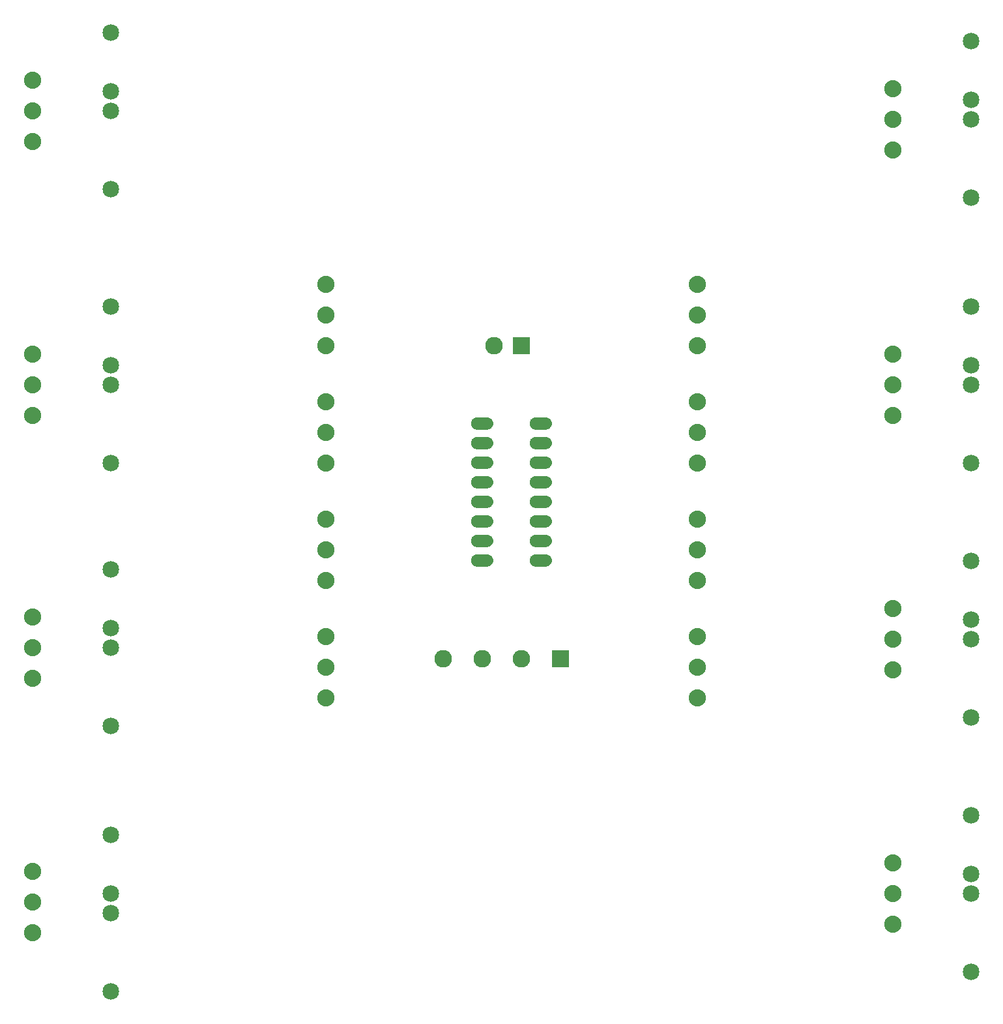
<source format=gbs>
G04 MADE WITH FRITZING*
G04 WWW.FRITZING.ORG*
G04 DOUBLE SIDED*
G04 HOLES PLATED*
G04 CONTOUR ON CENTER OF CONTOUR VECTOR*
%ASAXBY*%
%FSLAX23Y23*%
%MOIN*%
%OFA0B0*%
%SFA1.0B1.0*%
%ADD10C,0.085000*%
%ADD11C,0.088000*%
%ADD12C,0.062000*%
%ADD13C,0.090000*%
%ADD14R,0.090000X0.090000*%
%ADD15R,0.001000X0.001000*%
%LNMASK0*%
G90*
G70*
G54D10*
X5378Y435D03*
X5378Y835D03*
X5378Y3035D03*
X5378Y3435D03*
X5378Y4391D03*
X5378Y4791D03*
X5378Y1735D03*
X5378Y2135D03*
X978Y3035D03*
X978Y3435D03*
X978Y4435D03*
X978Y4835D03*
X978Y1691D03*
X978Y2091D03*
X978Y335D03*
X978Y735D03*
X5378Y3535D03*
X5378Y3835D03*
X5378Y2235D03*
X5378Y2535D03*
X5378Y935D03*
X5378Y1235D03*
X5378Y4891D03*
X5378Y5191D03*
X978Y3535D03*
X978Y3835D03*
X978Y2191D03*
X978Y2491D03*
X978Y4935D03*
X978Y5235D03*
X978Y835D03*
X978Y1135D03*
G54D11*
X578Y3591D03*
X578Y3435D03*
X578Y3279D03*
X578Y2247D03*
X578Y2091D03*
X578Y1935D03*
X4978Y991D03*
X4978Y835D03*
X4978Y679D03*
X4978Y3591D03*
X4978Y3435D03*
X4978Y3279D03*
X4978Y2291D03*
X4978Y2135D03*
X4978Y1979D03*
X4978Y4947D03*
X4978Y4791D03*
X4978Y4635D03*
X578Y947D03*
X578Y791D03*
X578Y635D03*
X578Y4991D03*
X578Y4835D03*
X578Y4679D03*
G54D12*
X2878Y3235D03*
X2878Y3135D03*
X2878Y3035D03*
X2878Y2935D03*
X2878Y2835D03*
X2878Y2735D03*
X2878Y2635D03*
X2878Y2535D03*
X3178Y2535D03*
X3178Y2635D03*
X3178Y2735D03*
X3178Y2835D03*
X3178Y2935D03*
X3178Y3035D03*
X3178Y3135D03*
X3178Y3235D03*
G54D11*
X2078Y3947D03*
X2078Y3791D03*
X2078Y3635D03*
X2078Y3347D03*
X2078Y3191D03*
X2078Y3035D03*
X2078Y2747D03*
X2078Y2591D03*
X2078Y2435D03*
X2078Y2147D03*
X2078Y1991D03*
X2078Y1835D03*
X3978Y2147D03*
X3978Y1991D03*
X3978Y1835D03*
X3978Y2747D03*
X3978Y2591D03*
X3978Y2435D03*
X3978Y3347D03*
X3978Y3191D03*
X3978Y3035D03*
X3978Y3947D03*
X3978Y3791D03*
X3978Y3635D03*
G54D13*
X3078Y3635D03*
X2940Y3635D03*
X3078Y2035D03*
X2878Y2035D03*
X2678Y2035D03*
X3278Y2035D03*
G54D14*
X3078Y3635D03*
X3278Y2035D03*
G54D15*
X2846Y3267D02*
X2908Y3267D01*
X3146Y3267D02*
X3208Y3267D01*
X2842Y3266D02*
X2912Y3266D01*
X3142Y3266D02*
X3212Y3266D01*
X2839Y3265D02*
X2915Y3265D01*
X3139Y3265D02*
X3215Y3265D01*
X2837Y3264D02*
X2917Y3264D01*
X3137Y3264D02*
X3217Y3264D01*
X2835Y3263D02*
X2919Y3263D01*
X3135Y3263D02*
X3219Y3263D01*
X2834Y3262D02*
X2920Y3262D01*
X3134Y3262D02*
X3220Y3262D01*
X2832Y3261D02*
X2922Y3261D01*
X3132Y3261D02*
X3222Y3261D01*
X2831Y3260D02*
X2923Y3260D01*
X3131Y3260D02*
X3223Y3260D01*
X2830Y3259D02*
X2924Y3259D01*
X3130Y3259D02*
X3224Y3259D01*
X2829Y3258D02*
X2925Y3258D01*
X3129Y3258D02*
X3225Y3258D01*
X2828Y3257D02*
X2926Y3257D01*
X3128Y3257D02*
X3226Y3257D01*
X2827Y3256D02*
X2927Y3256D01*
X3127Y3256D02*
X3227Y3256D01*
X2827Y3255D02*
X2927Y3255D01*
X3127Y3255D02*
X3227Y3255D01*
X2826Y3254D02*
X2928Y3254D01*
X3126Y3254D02*
X3228Y3254D01*
X2825Y3253D02*
X2929Y3253D01*
X3125Y3253D02*
X3229Y3253D01*
X2825Y3252D02*
X2929Y3252D01*
X3125Y3252D02*
X3229Y3252D01*
X2824Y3251D02*
X2930Y3251D01*
X3124Y3251D02*
X3230Y3251D01*
X2824Y3250D02*
X2930Y3250D01*
X3124Y3250D02*
X3230Y3250D01*
X2823Y3249D02*
X2931Y3249D01*
X3123Y3249D02*
X3231Y3249D01*
X2823Y3248D02*
X2931Y3248D01*
X3123Y3248D02*
X3231Y3248D01*
X2822Y3247D02*
X2873Y3247D01*
X2881Y3247D02*
X2932Y3247D01*
X3122Y3247D02*
X3173Y3247D01*
X3181Y3247D02*
X3232Y3247D01*
X2822Y3246D02*
X2871Y3246D01*
X2883Y3246D02*
X2932Y3246D01*
X3122Y3246D02*
X3171Y3246D01*
X3183Y3246D02*
X3232Y3246D01*
X2822Y3245D02*
X2869Y3245D01*
X2885Y3245D02*
X2932Y3245D01*
X3122Y3245D02*
X3169Y3245D01*
X3185Y3245D02*
X3232Y3245D01*
X2822Y3244D02*
X2868Y3244D01*
X2886Y3244D02*
X2932Y3244D01*
X3121Y3244D02*
X3168Y3244D01*
X3186Y3244D02*
X3232Y3244D01*
X2821Y3243D02*
X2868Y3243D01*
X2886Y3243D02*
X2933Y3243D01*
X3121Y3243D02*
X3168Y3243D01*
X3186Y3243D02*
X3233Y3243D01*
X2821Y3242D02*
X2867Y3242D01*
X2887Y3242D02*
X2933Y3242D01*
X3121Y3242D02*
X3167Y3242D01*
X3187Y3242D02*
X3233Y3242D01*
X2821Y3241D02*
X2866Y3241D01*
X2888Y3241D02*
X2933Y3241D01*
X3121Y3241D02*
X3166Y3241D01*
X3188Y3241D02*
X3233Y3241D01*
X2821Y3240D02*
X2866Y3240D01*
X2888Y3240D02*
X2933Y3240D01*
X3121Y3240D02*
X3166Y3240D01*
X3188Y3240D02*
X3233Y3240D01*
X2821Y3239D02*
X2866Y3239D01*
X2888Y3239D02*
X2933Y3239D01*
X3121Y3239D02*
X3166Y3239D01*
X3188Y3239D02*
X3233Y3239D01*
X2821Y3238D02*
X2866Y3238D01*
X2888Y3238D02*
X2933Y3238D01*
X3121Y3238D02*
X3166Y3238D01*
X3188Y3238D02*
X3233Y3238D01*
X2821Y3237D02*
X2866Y3237D01*
X2888Y3237D02*
X2933Y3237D01*
X3121Y3237D02*
X3166Y3237D01*
X3188Y3237D02*
X3233Y3237D01*
X2821Y3236D02*
X2866Y3236D01*
X2888Y3236D02*
X2933Y3236D01*
X3121Y3236D02*
X3166Y3236D01*
X3188Y3236D02*
X3233Y3236D01*
X2821Y3235D02*
X2866Y3235D01*
X2888Y3235D02*
X2933Y3235D01*
X3121Y3235D02*
X3166Y3235D01*
X3188Y3235D02*
X3233Y3235D01*
X2821Y3234D02*
X2866Y3234D01*
X2888Y3234D02*
X2933Y3234D01*
X3121Y3234D02*
X3166Y3234D01*
X3188Y3234D02*
X3233Y3234D01*
X2821Y3233D02*
X2866Y3233D01*
X2888Y3233D02*
X2933Y3233D01*
X3121Y3233D02*
X3166Y3233D01*
X3188Y3233D02*
X3233Y3233D01*
X2821Y3232D02*
X2866Y3232D01*
X2888Y3232D02*
X2933Y3232D01*
X3121Y3232D02*
X3166Y3232D01*
X3188Y3232D02*
X3233Y3232D01*
X2821Y3231D02*
X2867Y3231D01*
X2887Y3231D02*
X2933Y3231D01*
X3121Y3231D02*
X3167Y3231D01*
X3187Y3231D02*
X3233Y3231D01*
X2821Y3230D02*
X2868Y3230D01*
X2886Y3230D02*
X2933Y3230D01*
X3121Y3230D02*
X3168Y3230D01*
X3186Y3230D02*
X3233Y3230D01*
X2822Y3229D02*
X2869Y3229D01*
X2885Y3229D02*
X2932Y3229D01*
X3122Y3229D02*
X3169Y3229D01*
X3185Y3229D02*
X3232Y3229D01*
X2822Y3228D02*
X2870Y3228D01*
X2884Y3228D02*
X2932Y3228D01*
X3122Y3228D02*
X3170Y3228D01*
X3184Y3228D02*
X3232Y3228D01*
X2822Y3227D02*
X2871Y3227D01*
X2883Y3227D02*
X2932Y3227D01*
X3122Y3227D02*
X3171Y3227D01*
X3183Y3227D02*
X3232Y3227D01*
X2822Y3226D02*
X2874Y3226D01*
X2881Y3226D02*
X2931Y3226D01*
X3122Y3226D02*
X3173Y3226D01*
X3180Y3226D02*
X3231Y3226D01*
X2823Y3225D02*
X2931Y3225D01*
X3123Y3225D02*
X3231Y3225D01*
X2823Y3224D02*
X2931Y3224D01*
X3123Y3224D02*
X3231Y3224D01*
X2824Y3223D02*
X2930Y3223D01*
X3124Y3223D02*
X3230Y3223D01*
X2824Y3222D02*
X2930Y3222D01*
X3124Y3222D02*
X3230Y3222D01*
X2825Y3221D02*
X2929Y3221D01*
X3125Y3221D02*
X3229Y3221D01*
X2825Y3220D02*
X2929Y3220D01*
X3125Y3220D02*
X3229Y3220D01*
X2826Y3219D02*
X2928Y3219D01*
X3126Y3219D02*
X3228Y3219D01*
X2827Y3218D02*
X2927Y3218D01*
X3127Y3218D02*
X3227Y3218D01*
X2828Y3217D02*
X2926Y3217D01*
X3128Y3217D02*
X3226Y3217D01*
X2828Y3216D02*
X2926Y3216D01*
X3128Y3216D02*
X3226Y3216D01*
X2829Y3215D02*
X2925Y3215D01*
X3129Y3215D02*
X3225Y3215D01*
X2830Y3214D02*
X2924Y3214D01*
X3130Y3214D02*
X3224Y3214D01*
X2831Y3213D02*
X2923Y3213D01*
X3131Y3213D02*
X3223Y3213D01*
X2833Y3212D02*
X2921Y3212D01*
X3133Y3212D02*
X3221Y3212D01*
X2834Y3211D02*
X2920Y3211D01*
X3134Y3211D02*
X3220Y3211D01*
X2836Y3210D02*
X2918Y3210D01*
X3136Y3210D02*
X3218Y3210D01*
X2838Y3209D02*
X2916Y3209D01*
X3138Y3209D02*
X3216Y3209D01*
X2840Y3208D02*
X2914Y3208D01*
X3140Y3208D02*
X3214Y3208D01*
X2843Y3207D02*
X2911Y3207D01*
X3143Y3207D02*
X3211Y3207D01*
X2847Y3206D02*
X2907Y3206D01*
X3147Y3206D02*
X3207Y3206D01*
X2846Y3167D02*
X2908Y3167D01*
X3146Y3167D02*
X3208Y3167D01*
X2842Y3166D02*
X2912Y3166D01*
X3142Y3166D02*
X3212Y3166D01*
X2839Y3165D02*
X2915Y3165D01*
X3139Y3165D02*
X3215Y3165D01*
X2837Y3164D02*
X2917Y3164D01*
X3137Y3164D02*
X3217Y3164D01*
X2835Y3163D02*
X2919Y3163D01*
X3135Y3163D02*
X3219Y3163D01*
X2834Y3162D02*
X2920Y3162D01*
X3134Y3162D02*
X3220Y3162D01*
X2832Y3161D02*
X2922Y3161D01*
X3132Y3161D02*
X3222Y3161D01*
X2831Y3160D02*
X2923Y3160D01*
X3131Y3160D02*
X3223Y3160D01*
X2830Y3159D02*
X2924Y3159D01*
X3130Y3159D02*
X3224Y3159D01*
X2829Y3158D02*
X2925Y3158D01*
X3129Y3158D02*
X3225Y3158D01*
X2828Y3157D02*
X2926Y3157D01*
X3128Y3157D02*
X3226Y3157D01*
X2827Y3156D02*
X2927Y3156D01*
X3127Y3156D02*
X3227Y3156D01*
X2827Y3155D02*
X2927Y3155D01*
X3127Y3155D02*
X3227Y3155D01*
X2826Y3154D02*
X2928Y3154D01*
X3126Y3154D02*
X3228Y3154D01*
X2825Y3153D02*
X2929Y3153D01*
X3125Y3153D02*
X3229Y3153D01*
X2825Y3152D02*
X2929Y3152D01*
X3125Y3152D02*
X3229Y3152D01*
X2824Y3151D02*
X2930Y3151D01*
X3124Y3151D02*
X3230Y3151D01*
X2824Y3150D02*
X2930Y3150D01*
X3124Y3150D02*
X3230Y3150D01*
X2823Y3149D02*
X2931Y3149D01*
X3123Y3149D02*
X3231Y3149D01*
X2823Y3148D02*
X2931Y3148D01*
X3123Y3148D02*
X3231Y3148D01*
X2822Y3147D02*
X2873Y3147D01*
X2881Y3147D02*
X2932Y3147D01*
X3122Y3147D02*
X3173Y3147D01*
X3181Y3147D02*
X3232Y3147D01*
X2822Y3146D02*
X2871Y3146D01*
X2883Y3146D02*
X2932Y3146D01*
X3122Y3146D02*
X3171Y3146D01*
X3183Y3146D02*
X3232Y3146D01*
X2822Y3145D02*
X2869Y3145D01*
X2885Y3145D02*
X2932Y3145D01*
X3122Y3145D02*
X3169Y3145D01*
X3185Y3145D02*
X3232Y3145D01*
X2821Y3144D02*
X2868Y3144D01*
X2886Y3144D02*
X2932Y3144D01*
X3121Y3144D02*
X3168Y3144D01*
X3186Y3144D02*
X3232Y3144D01*
X2821Y3143D02*
X2868Y3143D01*
X2886Y3143D02*
X2933Y3143D01*
X3121Y3143D02*
X3168Y3143D01*
X3186Y3143D02*
X3233Y3143D01*
X2821Y3142D02*
X2867Y3142D01*
X2887Y3142D02*
X2933Y3142D01*
X3121Y3142D02*
X3167Y3142D01*
X3187Y3142D02*
X3233Y3142D01*
X2821Y3141D02*
X2866Y3141D01*
X2888Y3141D02*
X2933Y3141D01*
X3121Y3141D02*
X3166Y3141D01*
X3188Y3141D02*
X3233Y3141D01*
X2821Y3140D02*
X2866Y3140D01*
X2888Y3140D02*
X2933Y3140D01*
X3121Y3140D02*
X3166Y3140D01*
X3188Y3140D02*
X3233Y3140D01*
X2821Y3139D02*
X2866Y3139D01*
X2888Y3139D02*
X2933Y3139D01*
X3121Y3139D02*
X3166Y3139D01*
X3188Y3139D02*
X3233Y3139D01*
X2821Y3138D02*
X2866Y3138D01*
X2888Y3138D02*
X2933Y3138D01*
X3121Y3138D02*
X3166Y3138D01*
X3188Y3138D02*
X3233Y3138D01*
X2821Y3137D02*
X2866Y3137D01*
X2888Y3137D02*
X2933Y3137D01*
X3121Y3137D02*
X3166Y3137D01*
X3188Y3137D02*
X3233Y3137D01*
X2821Y3136D02*
X2866Y3136D01*
X2888Y3136D02*
X2933Y3136D01*
X3121Y3136D02*
X3166Y3136D01*
X3188Y3136D02*
X3233Y3136D01*
X2821Y3135D02*
X2866Y3135D01*
X2888Y3135D02*
X2933Y3135D01*
X3121Y3135D02*
X3166Y3135D01*
X3188Y3135D02*
X3233Y3135D01*
X2821Y3134D02*
X2866Y3134D01*
X2888Y3134D02*
X2933Y3134D01*
X3121Y3134D02*
X3166Y3134D01*
X3188Y3134D02*
X3233Y3134D01*
X2821Y3133D02*
X2866Y3133D01*
X2888Y3133D02*
X2933Y3133D01*
X3121Y3133D02*
X3166Y3133D01*
X3188Y3133D02*
X3233Y3133D01*
X2821Y3132D02*
X2866Y3132D01*
X2888Y3132D02*
X2933Y3132D01*
X3121Y3132D02*
X3166Y3132D01*
X3188Y3132D02*
X3233Y3132D01*
X2821Y3131D02*
X2867Y3131D01*
X2887Y3131D02*
X2933Y3131D01*
X3121Y3131D02*
X3167Y3131D01*
X3187Y3131D02*
X3233Y3131D01*
X2821Y3130D02*
X2868Y3130D01*
X2886Y3130D02*
X2933Y3130D01*
X3121Y3130D02*
X3168Y3130D01*
X3186Y3130D02*
X3233Y3130D01*
X2822Y3129D02*
X2869Y3129D01*
X2885Y3129D02*
X2932Y3129D01*
X3122Y3129D02*
X3169Y3129D01*
X3185Y3129D02*
X3232Y3129D01*
X2822Y3128D02*
X2870Y3128D01*
X2884Y3128D02*
X2932Y3128D01*
X3122Y3128D02*
X3170Y3128D01*
X3184Y3128D02*
X3232Y3128D01*
X2822Y3127D02*
X2871Y3127D01*
X2883Y3127D02*
X2932Y3127D01*
X3122Y3127D02*
X3171Y3127D01*
X3183Y3127D02*
X3232Y3127D01*
X2823Y3126D02*
X2874Y3126D01*
X2881Y3126D02*
X2931Y3126D01*
X3122Y3126D02*
X3173Y3126D01*
X3180Y3126D02*
X3231Y3126D01*
X2823Y3125D02*
X2931Y3125D01*
X3123Y3125D02*
X3231Y3125D01*
X2823Y3124D02*
X2931Y3124D01*
X3123Y3124D02*
X3231Y3124D01*
X2824Y3123D02*
X2930Y3123D01*
X3124Y3123D02*
X3230Y3123D01*
X2824Y3122D02*
X2930Y3122D01*
X3124Y3122D02*
X3230Y3122D01*
X2825Y3121D02*
X2929Y3121D01*
X3125Y3121D02*
X3229Y3121D01*
X2825Y3120D02*
X2929Y3120D01*
X3125Y3120D02*
X3229Y3120D01*
X2826Y3119D02*
X2928Y3119D01*
X3126Y3119D02*
X3228Y3119D01*
X2827Y3118D02*
X2927Y3118D01*
X3127Y3118D02*
X3227Y3118D01*
X2828Y3117D02*
X2926Y3117D01*
X3128Y3117D02*
X3226Y3117D01*
X2828Y3116D02*
X2926Y3116D01*
X3128Y3116D02*
X3226Y3116D01*
X2829Y3115D02*
X2925Y3115D01*
X3129Y3115D02*
X3225Y3115D01*
X2830Y3114D02*
X2924Y3114D01*
X3130Y3114D02*
X3224Y3114D01*
X2831Y3113D02*
X2923Y3113D01*
X3131Y3113D02*
X3223Y3113D01*
X2833Y3112D02*
X2921Y3112D01*
X3133Y3112D02*
X3221Y3112D01*
X2834Y3111D02*
X2920Y3111D01*
X3134Y3111D02*
X3220Y3111D01*
X2836Y3110D02*
X2918Y3110D01*
X3136Y3110D02*
X3218Y3110D01*
X2838Y3109D02*
X2916Y3109D01*
X3138Y3109D02*
X3216Y3109D01*
X2840Y3108D02*
X2914Y3108D01*
X3140Y3108D02*
X3214Y3108D01*
X2843Y3107D02*
X2911Y3107D01*
X3143Y3107D02*
X3211Y3107D01*
X2847Y3106D02*
X2907Y3106D01*
X3147Y3106D02*
X3207Y3106D01*
X2846Y3067D02*
X2908Y3067D01*
X3146Y3067D02*
X3208Y3067D01*
X2842Y3066D02*
X2912Y3066D01*
X3142Y3066D02*
X3212Y3066D01*
X2839Y3065D02*
X2915Y3065D01*
X3139Y3065D02*
X3215Y3065D01*
X2837Y3064D02*
X2917Y3064D01*
X3137Y3064D02*
X3217Y3064D01*
X2835Y3063D02*
X2919Y3063D01*
X3135Y3063D02*
X3219Y3063D01*
X2834Y3062D02*
X2920Y3062D01*
X3134Y3062D02*
X3220Y3062D01*
X2832Y3061D02*
X2922Y3061D01*
X3132Y3061D02*
X3222Y3061D01*
X2831Y3060D02*
X2923Y3060D01*
X3131Y3060D02*
X3223Y3060D01*
X2830Y3059D02*
X2924Y3059D01*
X3130Y3059D02*
X3224Y3059D01*
X2829Y3058D02*
X2925Y3058D01*
X3129Y3058D02*
X3225Y3058D01*
X2828Y3057D02*
X2926Y3057D01*
X3128Y3057D02*
X3226Y3057D01*
X2827Y3056D02*
X2927Y3056D01*
X3127Y3056D02*
X3227Y3056D01*
X2827Y3055D02*
X2927Y3055D01*
X3127Y3055D02*
X3227Y3055D01*
X2826Y3054D02*
X2928Y3054D01*
X3126Y3054D02*
X3228Y3054D01*
X2825Y3053D02*
X2929Y3053D01*
X3125Y3053D02*
X3229Y3053D01*
X2825Y3052D02*
X2929Y3052D01*
X3125Y3052D02*
X3229Y3052D01*
X2824Y3051D02*
X2930Y3051D01*
X3124Y3051D02*
X3230Y3051D01*
X2824Y3050D02*
X2930Y3050D01*
X3124Y3050D02*
X3230Y3050D01*
X2823Y3049D02*
X2931Y3049D01*
X3123Y3049D02*
X3231Y3049D01*
X2823Y3048D02*
X2931Y3048D01*
X3123Y3048D02*
X3231Y3048D01*
X2822Y3047D02*
X2873Y3047D01*
X2881Y3047D02*
X2932Y3047D01*
X3122Y3047D02*
X3173Y3047D01*
X3181Y3047D02*
X3232Y3047D01*
X2822Y3046D02*
X2871Y3046D01*
X2883Y3046D02*
X2932Y3046D01*
X3122Y3046D02*
X3171Y3046D01*
X3183Y3046D02*
X3232Y3046D01*
X2822Y3045D02*
X2869Y3045D01*
X2885Y3045D02*
X2932Y3045D01*
X3122Y3045D02*
X3169Y3045D01*
X3185Y3045D02*
X3232Y3045D01*
X2821Y3044D02*
X2868Y3044D01*
X2886Y3044D02*
X2933Y3044D01*
X3121Y3044D02*
X3168Y3044D01*
X3186Y3044D02*
X3232Y3044D01*
X2821Y3043D02*
X2868Y3043D01*
X2886Y3043D02*
X2933Y3043D01*
X3121Y3043D02*
X3168Y3043D01*
X3186Y3043D02*
X3233Y3043D01*
X2821Y3042D02*
X2867Y3042D01*
X2887Y3042D02*
X2933Y3042D01*
X3121Y3042D02*
X3167Y3042D01*
X3187Y3042D02*
X3233Y3042D01*
X2821Y3041D02*
X2866Y3041D01*
X2888Y3041D02*
X2933Y3041D01*
X3121Y3041D02*
X3166Y3041D01*
X3188Y3041D02*
X3233Y3041D01*
X2821Y3040D02*
X2866Y3040D01*
X2888Y3040D02*
X2933Y3040D01*
X3121Y3040D02*
X3166Y3040D01*
X3188Y3040D02*
X3233Y3040D01*
X2821Y3039D02*
X2866Y3039D01*
X2888Y3039D02*
X2933Y3039D01*
X3121Y3039D02*
X3166Y3039D01*
X3188Y3039D02*
X3233Y3039D01*
X2821Y3038D02*
X2866Y3038D01*
X2888Y3038D02*
X2933Y3038D01*
X3121Y3038D02*
X3166Y3038D01*
X3188Y3038D02*
X3233Y3038D01*
X2821Y3037D02*
X2866Y3037D01*
X2888Y3037D02*
X2933Y3037D01*
X3121Y3037D02*
X3166Y3037D01*
X3188Y3037D02*
X3233Y3037D01*
X2821Y3036D02*
X2866Y3036D01*
X2888Y3036D02*
X2933Y3036D01*
X3121Y3036D02*
X3166Y3036D01*
X3188Y3036D02*
X3233Y3036D01*
X2821Y3035D02*
X2866Y3035D01*
X2888Y3035D02*
X2933Y3035D01*
X3121Y3035D02*
X3166Y3035D01*
X3188Y3035D02*
X3233Y3035D01*
X2821Y3034D02*
X2866Y3034D01*
X2888Y3034D02*
X2933Y3034D01*
X3121Y3034D02*
X3166Y3034D01*
X3188Y3034D02*
X3233Y3034D01*
X2821Y3033D02*
X2866Y3033D01*
X2888Y3033D02*
X2933Y3033D01*
X3121Y3033D02*
X3166Y3033D01*
X3188Y3033D02*
X3233Y3033D01*
X2821Y3032D02*
X2866Y3032D01*
X2888Y3032D02*
X2933Y3032D01*
X3121Y3032D02*
X3166Y3032D01*
X3188Y3032D02*
X3233Y3032D01*
X2821Y3031D02*
X2867Y3031D01*
X2887Y3031D02*
X2933Y3031D01*
X3121Y3031D02*
X3167Y3031D01*
X3187Y3031D02*
X3233Y3031D01*
X2821Y3030D02*
X2868Y3030D01*
X2886Y3030D02*
X2933Y3030D01*
X3121Y3030D02*
X3168Y3030D01*
X3186Y3030D02*
X3233Y3030D01*
X2822Y3029D02*
X2869Y3029D01*
X2885Y3029D02*
X2932Y3029D01*
X3122Y3029D02*
X3169Y3029D01*
X3185Y3029D02*
X3232Y3029D01*
X2822Y3028D02*
X2870Y3028D01*
X2884Y3028D02*
X2932Y3028D01*
X3122Y3028D02*
X3170Y3028D01*
X3184Y3028D02*
X3232Y3028D01*
X2822Y3027D02*
X2871Y3027D01*
X2883Y3027D02*
X2932Y3027D01*
X3122Y3027D02*
X3171Y3027D01*
X3183Y3027D02*
X3232Y3027D01*
X2823Y3026D02*
X2874Y3026D01*
X2880Y3026D02*
X2931Y3026D01*
X3122Y3026D02*
X3174Y3026D01*
X3180Y3026D02*
X3231Y3026D01*
X2823Y3025D02*
X2931Y3025D01*
X3123Y3025D02*
X3231Y3025D01*
X2823Y3024D02*
X2931Y3024D01*
X3123Y3024D02*
X3231Y3024D01*
X2824Y3023D02*
X2930Y3023D01*
X3124Y3023D02*
X3230Y3023D01*
X2824Y3022D02*
X2930Y3022D01*
X3124Y3022D02*
X3230Y3022D01*
X2825Y3021D02*
X2929Y3021D01*
X3125Y3021D02*
X3229Y3021D01*
X2825Y3020D02*
X2929Y3020D01*
X3125Y3020D02*
X3229Y3020D01*
X2826Y3019D02*
X2928Y3019D01*
X3126Y3019D02*
X3228Y3019D01*
X2827Y3018D02*
X2927Y3018D01*
X3127Y3018D02*
X3227Y3018D01*
X2828Y3017D02*
X2926Y3017D01*
X3128Y3017D02*
X3226Y3017D01*
X2828Y3016D02*
X2926Y3016D01*
X3128Y3016D02*
X3226Y3016D01*
X2829Y3015D02*
X2925Y3015D01*
X3129Y3015D02*
X3225Y3015D01*
X2830Y3014D02*
X2924Y3014D01*
X3130Y3014D02*
X3224Y3014D01*
X2831Y3013D02*
X2923Y3013D01*
X3131Y3013D02*
X3223Y3013D01*
X2833Y3012D02*
X2921Y3012D01*
X3133Y3012D02*
X3221Y3012D01*
X2834Y3011D02*
X2920Y3011D01*
X3134Y3011D02*
X3220Y3011D01*
X2836Y3010D02*
X2918Y3010D01*
X3136Y3010D02*
X3218Y3010D01*
X2838Y3009D02*
X2916Y3009D01*
X3138Y3009D02*
X3216Y3009D01*
X2840Y3008D02*
X2914Y3008D01*
X3140Y3008D02*
X3214Y3008D01*
X2843Y3007D02*
X2911Y3007D01*
X3143Y3007D02*
X3211Y3007D01*
X2847Y3006D02*
X2907Y3006D01*
X3147Y3006D02*
X3207Y3006D01*
X2846Y2967D02*
X2908Y2967D01*
X3146Y2967D02*
X3208Y2967D01*
X2842Y2966D02*
X2912Y2966D01*
X3142Y2966D02*
X3212Y2966D01*
X2839Y2965D02*
X2915Y2965D01*
X3139Y2965D02*
X3215Y2965D01*
X2837Y2964D02*
X2917Y2964D01*
X3137Y2964D02*
X3217Y2964D01*
X2835Y2963D02*
X2919Y2963D01*
X3135Y2963D02*
X3219Y2963D01*
X2834Y2962D02*
X2920Y2962D01*
X3134Y2962D02*
X3220Y2962D01*
X2832Y2961D02*
X2922Y2961D01*
X3132Y2961D02*
X3222Y2961D01*
X2831Y2960D02*
X2923Y2960D01*
X3131Y2960D02*
X3223Y2960D01*
X2830Y2959D02*
X2924Y2959D01*
X3130Y2959D02*
X3224Y2959D01*
X2829Y2958D02*
X2925Y2958D01*
X3129Y2958D02*
X3225Y2958D01*
X2828Y2957D02*
X2926Y2957D01*
X3128Y2957D02*
X3226Y2957D01*
X2827Y2956D02*
X2927Y2956D01*
X3127Y2956D02*
X3227Y2956D01*
X2827Y2955D02*
X2927Y2955D01*
X3127Y2955D02*
X3227Y2955D01*
X2826Y2954D02*
X2928Y2954D01*
X3126Y2954D02*
X3228Y2954D01*
X2825Y2953D02*
X2929Y2953D01*
X3125Y2953D02*
X3229Y2953D01*
X2825Y2952D02*
X2929Y2952D01*
X3125Y2952D02*
X3229Y2952D01*
X2824Y2951D02*
X2930Y2951D01*
X3124Y2951D02*
X3230Y2951D01*
X2824Y2950D02*
X2930Y2950D01*
X3124Y2950D02*
X3230Y2950D01*
X2823Y2949D02*
X2931Y2949D01*
X3123Y2949D02*
X3231Y2949D01*
X2823Y2948D02*
X2931Y2948D01*
X3123Y2948D02*
X3231Y2948D01*
X2822Y2947D02*
X2873Y2947D01*
X2881Y2947D02*
X2932Y2947D01*
X3122Y2947D02*
X3173Y2947D01*
X3181Y2947D02*
X3232Y2947D01*
X2822Y2946D02*
X2871Y2946D01*
X2883Y2946D02*
X2932Y2946D01*
X3122Y2946D02*
X3171Y2946D01*
X3183Y2946D02*
X3232Y2946D01*
X2822Y2945D02*
X2869Y2945D01*
X2885Y2945D02*
X2932Y2945D01*
X3122Y2945D02*
X3169Y2945D01*
X3185Y2945D02*
X3232Y2945D01*
X2821Y2944D02*
X2868Y2944D01*
X2886Y2944D02*
X2933Y2944D01*
X3121Y2944D02*
X3168Y2944D01*
X3186Y2944D02*
X3232Y2944D01*
X2821Y2943D02*
X2868Y2943D01*
X2886Y2943D02*
X2933Y2943D01*
X3121Y2943D02*
X3168Y2943D01*
X3186Y2943D02*
X3233Y2943D01*
X2821Y2942D02*
X2867Y2942D01*
X2887Y2942D02*
X2933Y2942D01*
X3121Y2942D02*
X3167Y2942D01*
X3187Y2942D02*
X3233Y2942D01*
X2821Y2941D02*
X2866Y2941D01*
X2888Y2941D02*
X2933Y2941D01*
X3121Y2941D02*
X3166Y2941D01*
X3188Y2941D02*
X3233Y2941D01*
X2821Y2940D02*
X2866Y2940D01*
X2888Y2940D02*
X2933Y2940D01*
X3121Y2940D02*
X3166Y2940D01*
X3188Y2940D02*
X3233Y2940D01*
X2821Y2939D02*
X2866Y2939D01*
X2888Y2939D02*
X2933Y2939D01*
X3121Y2939D02*
X3166Y2939D01*
X3188Y2939D02*
X3233Y2939D01*
X2821Y2938D02*
X2866Y2938D01*
X2888Y2938D02*
X2933Y2938D01*
X3121Y2938D02*
X3166Y2938D01*
X3188Y2938D02*
X3233Y2938D01*
X2821Y2937D02*
X2866Y2937D01*
X2888Y2937D02*
X2933Y2937D01*
X3121Y2937D02*
X3166Y2937D01*
X3188Y2937D02*
X3233Y2937D01*
X2821Y2936D02*
X2866Y2936D01*
X2888Y2936D02*
X2933Y2936D01*
X3121Y2936D02*
X3166Y2936D01*
X3188Y2936D02*
X3233Y2936D01*
X2821Y2935D02*
X2866Y2935D01*
X2888Y2935D02*
X2933Y2935D01*
X3121Y2935D02*
X3166Y2935D01*
X3188Y2935D02*
X3233Y2935D01*
X2821Y2934D02*
X2866Y2934D01*
X2888Y2934D02*
X2933Y2934D01*
X3121Y2934D02*
X3166Y2934D01*
X3188Y2934D02*
X3233Y2934D01*
X2821Y2933D02*
X2866Y2933D01*
X2888Y2933D02*
X2933Y2933D01*
X3121Y2933D02*
X3166Y2933D01*
X3188Y2933D02*
X3233Y2933D01*
X2821Y2932D02*
X2866Y2932D01*
X2888Y2932D02*
X2933Y2932D01*
X3121Y2932D02*
X3166Y2932D01*
X3188Y2932D02*
X3233Y2932D01*
X2821Y2931D02*
X2867Y2931D01*
X2887Y2931D02*
X2933Y2931D01*
X3121Y2931D02*
X3167Y2931D01*
X3187Y2931D02*
X3233Y2931D01*
X2821Y2930D02*
X2868Y2930D01*
X2886Y2930D02*
X2933Y2930D01*
X3121Y2930D02*
X3168Y2930D01*
X3186Y2930D02*
X3233Y2930D01*
X2822Y2929D02*
X2869Y2929D01*
X2885Y2929D02*
X2932Y2929D01*
X3122Y2929D02*
X3169Y2929D01*
X3185Y2929D02*
X3232Y2929D01*
X2822Y2928D02*
X2870Y2928D01*
X2884Y2928D02*
X2932Y2928D01*
X3122Y2928D02*
X3170Y2928D01*
X3184Y2928D02*
X3232Y2928D01*
X2822Y2927D02*
X2871Y2927D01*
X2883Y2927D02*
X2932Y2927D01*
X3122Y2927D02*
X3171Y2927D01*
X3183Y2927D02*
X3232Y2927D01*
X2823Y2926D02*
X2874Y2926D01*
X2880Y2926D02*
X2931Y2926D01*
X3122Y2926D02*
X3174Y2926D01*
X3180Y2926D02*
X3231Y2926D01*
X2823Y2925D02*
X2931Y2925D01*
X3123Y2925D02*
X3231Y2925D01*
X2823Y2924D02*
X2931Y2924D01*
X3123Y2924D02*
X3231Y2924D01*
X2824Y2923D02*
X2930Y2923D01*
X3124Y2923D02*
X3230Y2923D01*
X2824Y2922D02*
X2930Y2922D01*
X3124Y2922D02*
X3230Y2922D01*
X2825Y2921D02*
X2929Y2921D01*
X3125Y2921D02*
X3229Y2921D01*
X2825Y2920D02*
X2929Y2920D01*
X3125Y2920D02*
X3229Y2920D01*
X2826Y2919D02*
X2928Y2919D01*
X3126Y2919D02*
X3228Y2919D01*
X2827Y2918D02*
X2927Y2918D01*
X3127Y2918D02*
X3227Y2918D01*
X2828Y2917D02*
X2926Y2917D01*
X3128Y2917D02*
X3226Y2917D01*
X2828Y2916D02*
X2926Y2916D01*
X3128Y2916D02*
X3226Y2916D01*
X2829Y2915D02*
X2925Y2915D01*
X3129Y2915D02*
X3225Y2915D01*
X2830Y2914D02*
X2924Y2914D01*
X3130Y2914D02*
X3224Y2914D01*
X2831Y2913D02*
X2923Y2913D01*
X3131Y2913D02*
X3222Y2913D01*
X2833Y2912D02*
X2921Y2912D01*
X3133Y2912D02*
X3221Y2912D01*
X2834Y2911D02*
X2920Y2911D01*
X3134Y2911D02*
X3220Y2911D01*
X2836Y2910D02*
X2918Y2910D01*
X3136Y2910D02*
X3218Y2910D01*
X2838Y2909D02*
X2916Y2909D01*
X3138Y2909D02*
X3216Y2909D01*
X2840Y2908D02*
X2914Y2908D01*
X3140Y2908D02*
X3214Y2908D01*
X2843Y2907D02*
X2911Y2907D01*
X3143Y2907D02*
X3211Y2907D01*
X2847Y2906D02*
X2907Y2906D01*
X3147Y2906D02*
X3207Y2906D01*
X2846Y2867D02*
X2908Y2867D01*
X3146Y2867D02*
X3208Y2867D01*
X2842Y2866D02*
X2912Y2866D01*
X3142Y2866D02*
X3212Y2866D01*
X2839Y2865D02*
X2915Y2865D01*
X3139Y2865D02*
X3215Y2865D01*
X2837Y2864D02*
X2917Y2864D01*
X3137Y2864D02*
X3217Y2864D01*
X2835Y2863D02*
X2919Y2863D01*
X3135Y2863D02*
X3219Y2863D01*
X2834Y2862D02*
X2920Y2862D01*
X3134Y2862D02*
X3220Y2862D01*
X2832Y2861D02*
X2922Y2861D01*
X3132Y2861D02*
X3222Y2861D01*
X2831Y2860D02*
X2923Y2860D01*
X3131Y2860D02*
X3223Y2860D01*
X2830Y2859D02*
X2924Y2859D01*
X3130Y2859D02*
X3224Y2859D01*
X2829Y2858D02*
X2925Y2858D01*
X3129Y2858D02*
X3225Y2858D01*
X2828Y2857D02*
X2926Y2857D01*
X3128Y2857D02*
X3226Y2857D01*
X2827Y2856D02*
X2927Y2856D01*
X3127Y2856D02*
X3227Y2856D01*
X2827Y2855D02*
X2927Y2855D01*
X3127Y2855D02*
X3227Y2855D01*
X2826Y2854D02*
X2928Y2854D01*
X3126Y2854D02*
X3228Y2854D01*
X2825Y2853D02*
X2929Y2853D01*
X3125Y2853D02*
X3229Y2853D01*
X2825Y2852D02*
X2929Y2852D01*
X3125Y2852D02*
X3229Y2852D01*
X2824Y2851D02*
X2930Y2851D01*
X3124Y2851D02*
X3230Y2851D01*
X2824Y2850D02*
X2930Y2850D01*
X3124Y2850D02*
X3230Y2850D01*
X2823Y2849D02*
X2931Y2849D01*
X3123Y2849D02*
X3231Y2849D01*
X2823Y2848D02*
X2931Y2848D01*
X3123Y2848D02*
X3231Y2848D01*
X2822Y2847D02*
X2873Y2847D01*
X2881Y2847D02*
X2932Y2847D01*
X3122Y2847D02*
X3173Y2847D01*
X3181Y2847D02*
X3232Y2847D01*
X2822Y2846D02*
X2871Y2846D01*
X2883Y2846D02*
X2932Y2846D01*
X3122Y2846D02*
X3171Y2846D01*
X3183Y2846D02*
X3232Y2846D01*
X2822Y2845D02*
X2869Y2845D01*
X2885Y2845D02*
X2932Y2845D01*
X3122Y2845D02*
X3169Y2845D01*
X3185Y2845D02*
X3232Y2845D01*
X2821Y2844D02*
X2868Y2844D01*
X2886Y2844D02*
X2933Y2844D01*
X3121Y2844D02*
X3168Y2844D01*
X3186Y2844D02*
X3232Y2844D01*
X2821Y2843D02*
X2868Y2843D01*
X2886Y2843D02*
X2933Y2843D01*
X3121Y2843D02*
X3168Y2843D01*
X3186Y2843D02*
X3233Y2843D01*
X2821Y2842D02*
X2867Y2842D01*
X2887Y2842D02*
X2933Y2842D01*
X3121Y2842D02*
X3167Y2842D01*
X3187Y2842D02*
X3233Y2842D01*
X2821Y2841D02*
X2866Y2841D01*
X2888Y2841D02*
X2933Y2841D01*
X3121Y2841D02*
X3166Y2841D01*
X3188Y2841D02*
X3233Y2841D01*
X2821Y2840D02*
X2866Y2840D01*
X2888Y2840D02*
X2933Y2840D01*
X3121Y2840D02*
X3166Y2840D01*
X3188Y2840D02*
X3233Y2840D01*
X2821Y2839D02*
X2866Y2839D01*
X2888Y2839D02*
X2933Y2839D01*
X3121Y2839D02*
X3166Y2839D01*
X3188Y2839D02*
X3233Y2839D01*
X2821Y2838D02*
X2866Y2838D01*
X2888Y2838D02*
X2933Y2838D01*
X3121Y2838D02*
X3166Y2838D01*
X3188Y2838D02*
X3233Y2838D01*
X2821Y2837D02*
X2866Y2837D01*
X2888Y2837D02*
X2933Y2837D01*
X3121Y2837D02*
X3166Y2837D01*
X3188Y2837D02*
X3233Y2837D01*
X2821Y2836D02*
X2866Y2836D01*
X2888Y2836D02*
X2933Y2836D01*
X3121Y2836D02*
X3166Y2836D01*
X3188Y2836D02*
X3233Y2836D01*
X2821Y2835D02*
X2866Y2835D01*
X2888Y2835D02*
X2933Y2835D01*
X3121Y2835D02*
X3166Y2835D01*
X3188Y2835D02*
X3233Y2835D01*
X2821Y2834D02*
X2866Y2834D01*
X2888Y2834D02*
X2933Y2834D01*
X3121Y2834D02*
X3166Y2834D01*
X3188Y2834D02*
X3233Y2834D01*
X2821Y2833D02*
X2866Y2833D01*
X2888Y2833D02*
X2933Y2833D01*
X3121Y2833D02*
X3166Y2833D01*
X3188Y2833D02*
X3233Y2833D01*
X2821Y2832D02*
X2866Y2832D01*
X2888Y2832D02*
X2933Y2832D01*
X3121Y2832D02*
X3166Y2832D01*
X3188Y2832D02*
X3233Y2832D01*
X2821Y2831D02*
X2867Y2831D01*
X2887Y2831D02*
X2933Y2831D01*
X3121Y2831D02*
X3167Y2831D01*
X3187Y2831D02*
X3233Y2831D01*
X2821Y2830D02*
X2868Y2830D01*
X2886Y2830D02*
X2933Y2830D01*
X3121Y2830D02*
X3168Y2830D01*
X3186Y2830D02*
X3233Y2830D01*
X2822Y2829D02*
X2869Y2829D01*
X2885Y2829D02*
X2932Y2829D01*
X3122Y2829D02*
X3169Y2829D01*
X3185Y2829D02*
X3232Y2829D01*
X2822Y2828D02*
X2870Y2828D01*
X2884Y2828D02*
X2932Y2828D01*
X3122Y2828D02*
X3170Y2828D01*
X3184Y2828D02*
X3232Y2828D01*
X2822Y2827D02*
X2871Y2827D01*
X2883Y2827D02*
X2932Y2827D01*
X3122Y2827D02*
X3171Y2827D01*
X3183Y2827D02*
X3232Y2827D01*
X2823Y2826D02*
X2874Y2826D01*
X2880Y2826D02*
X2931Y2826D01*
X3122Y2826D02*
X3174Y2826D01*
X3180Y2826D02*
X3231Y2826D01*
X2823Y2825D02*
X2931Y2825D01*
X3123Y2825D02*
X3231Y2825D01*
X2823Y2824D02*
X2931Y2824D01*
X3123Y2824D02*
X3231Y2824D01*
X2824Y2823D02*
X2930Y2823D01*
X3124Y2823D02*
X3230Y2823D01*
X2824Y2822D02*
X2930Y2822D01*
X3124Y2822D02*
X3230Y2822D01*
X2825Y2821D02*
X2929Y2821D01*
X3125Y2821D02*
X3229Y2821D01*
X2825Y2820D02*
X2929Y2820D01*
X3125Y2820D02*
X3229Y2820D01*
X2826Y2819D02*
X2928Y2819D01*
X3126Y2819D02*
X3228Y2819D01*
X2827Y2818D02*
X2927Y2818D01*
X3127Y2818D02*
X3227Y2818D01*
X2828Y2817D02*
X2926Y2817D01*
X3128Y2817D02*
X3226Y2817D01*
X2828Y2816D02*
X2926Y2816D01*
X3128Y2816D02*
X3226Y2816D01*
X2829Y2815D02*
X2925Y2815D01*
X3129Y2815D02*
X3225Y2815D01*
X2830Y2814D02*
X2924Y2814D01*
X3130Y2814D02*
X3224Y2814D01*
X2831Y2813D02*
X2923Y2813D01*
X3131Y2813D02*
X3222Y2813D01*
X2833Y2812D02*
X2921Y2812D01*
X3133Y2812D02*
X3221Y2812D01*
X2834Y2811D02*
X2920Y2811D01*
X3134Y2811D02*
X3220Y2811D01*
X2836Y2810D02*
X2918Y2810D01*
X3136Y2810D02*
X3218Y2810D01*
X2838Y2809D02*
X2916Y2809D01*
X3138Y2809D02*
X3216Y2809D01*
X2840Y2808D02*
X2914Y2808D01*
X3140Y2808D02*
X3214Y2808D01*
X2843Y2807D02*
X2911Y2807D01*
X3143Y2807D02*
X3211Y2807D01*
X2847Y2806D02*
X2907Y2806D01*
X3147Y2806D02*
X3207Y2806D01*
X2846Y2767D02*
X2908Y2767D01*
X3146Y2767D02*
X3208Y2767D01*
X2842Y2766D02*
X2912Y2766D01*
X3142Y2766D02*
X3212Y2766D01*
X2839Y2765D02*
X2915Y2765D01*
X3139Y2765D02*
X3215Y2765D01*
X2837Y2764D02*
X2917Y2764D01*
X3137Y2764D02*
X3217Y2764D01*
X2835Y2763D02*
X2919Y2763D01*
X3135Y2763D02*
X3219Y2763D01*
X2834Y2762D02*
X2920Y2762D01*
X3134Y2762D02*
X3220Y2762D01*
X2832Y2761D02*
X2922Y2761D01*
X3132Y2761D02*
X3222Y2761D01*
X2831Y2760D02*
X2923Y2760D01*
X3131Y2760D02*
X3223Y2760D01*
X2830Y2759D02*
X2924Y2759D01*
X3130Y2759D02*
X3224Y2759D01*
X2829Y2758D02*
X2925Y2758D01*
X3129Y2758D02*
X3225Y2758D01*
X2828Y2757D02*
X2926Y2757D01*
X3128Y2757D02*
X3226Y2757D01*
X2827Y2756D02*
X2927Y2756D01*
X3127Y2756D02*
X3227Y2756D01*
X2827Y2755D02*
X2927Y2755D01*
X3127Y2755D02*
X3227Y2755D01*
X2826Y2754D02*
X2928Y2754D01*
X3126Y2754D02*
X3228Y2754D01*
X2825Y2753D02*
X2929Y2753D01*
X3125Y2753D02*
X3229Y2753D01*
X2825Y2752D02*
X2929Y2752D01*
X3125Y2752D02*
X3229Y2752D01*
X2824Y2751D02*
X2930Y2751D01*
X3124Y2751D02*
X3230Y2751D01*
X2824Y2750D02*
X2930Y2750D01*
X3124Y2750D02*
X3230Y2750D01*
X2823Y2749D02*
X2931Y2749D01*
X3123Y2749D02*
X3231Y2749D01*
X2823Y2748D02*
X2931Y2748D01*
X3123Y2748D02*
X3231Y2748D01*
X2822Y2747D02*
X2873Y2747D01*
X2881Y2747D02*
X2932Y2747D01*
X3122Y2747D02*
X3173Y2747D01*
X3181Y2747D02*
X3232Y2747D01*
X2822Y2746D02*
X2871Y2746D01*
X2883Y2746D02*
X2932Y2746D01*
X3122Y2746D02*
X3171Y2746D01*
X3183Y2746D02*
X3232Y2746D01*
X2822Y2745D02*
X2869Y2745D01*
X2885Y2745D02*
X2932Y2745D01*
X3122Y2745D02*
X3169Y2745D01*
X3185Y2745D02*
X3232Y2745D01*
X2821Y2744D02*
X2868Y2744D01*
X2886Y2744D02*
X2933Y2744D01*
X3121Y2744D02*
X3168Y2744D01*
X3186Y2744D02*
X3232Y2744D01*
X2821Y2743D02*
X2868Y2743D01*
X2886Y2743D02*
X2933Y2743D01*
X3121Y2743D02*
X3167Y2743D01*
X3186Y2743D02*
X3233Y2743D01*
X2821Y2742D02*
X2867Y2742D01*
X2887Y2742D02*
X2933Y2742D01*
X3121Y2742D02*
X3167Y2742D01*
X3187Y2742D02*
X3233Y2742D01*
X2821Y2741D02*
X2866Y2741D01*
X2888Y2741D02*
X2933Y2741D01*
X3121Y2741D02*
X3166Y2741D01*
X3188Y2741D02*
X3233Y2741D01*
X2821Y2740D02*
X2866Y2740D01*
X2888Y2740D02*
X2933Y2740D01*
X3121Y2740D02*
X3166Y2740D01*
X3188Y2740D02*
X3233Y2740D01*
X2821Y2739D02*
X2866Y2739D01*
X2888Y2739D02*
X2933Y2739D01*
X3121Y2739D02*
X3166Y2739D01*
X3188Y2739D02*
X3233Y2739D01*
X2821Y2738D02*
X2866Y2738D01*
X2888Y2738D02*
X2933Y2738D01*
X3121Y2738D02*
X3166Y2738D01*
X3188Y2738D02*
X3233Y2738D01*
X2821Y2737D02*
X2866Y2737D01*
X2888Y2737D02*
X2933Y2737D01*
X3121Y2737D02*
X3166Y2737D01*
X3188Y2737D02*
X3233Y2737D01*
X2821Y2736D02*
X2866Y2736D01*
X2888Y2736D02*
X2933Y2736D01*
X3121Y2736D02*
X3166Y2736D01*
X3188Y2736D02*
X3233Y2736D01*
X2821Y2735D02*
X2866Y2735D01*
X2888Y2735D02*
X2933Y2735D01*
X3121Y2735D02*
X3166Y2735D01*
X3188Y2735D02*
X3233Y2735D01*
X2821Y2734D02*
X2866Y2734D01*
X2888Y2734D02*
X2933Y2734D01*
X3121Y2734D02*
X3166Y2734D01*
X3188Y2734D02*
X3233Y2734D01*
X2821Y2733D02*
X2866Y2733D01*
X2888Y2733D02*
X2933Y2733D01*
X3121Y2733D02*
X3166Y2733D01*
X3188Y2733D02*
X3233Y2733D01*
X2821Y2732D02*
X2866Y2732D01*
X2888Y2732D02*
X2933Y2732D01*
X3121Y2732D02*
X3166Y2732D01*
X3188Y2732D02*
X3233Y2732D01*
X2821Y2731D02*
X2867Y2731D01*
X2887Y2731D02*
X2933Y2731D01*
X3121Y2731D02*
X3167Y2731D01*
X3187Y2731D02*
X3233Y2731D01*
X2821Y2730D02*
X2868Y2730D01*
X2886Y2730D02*
X2933Y2730D01*
X3121Y2730D02*
X3168Y2730D01*
X3186Y2730D02*
X3233Y2730D01*
X2822Y2729D02*
X2869Y2729D01*
X2885Y2729D02*
X2932Y2729D01*
X3122Y2729D02*
X3169Y2729D01*
X3185Y2729D02*
X3232Y2729D01*
X2822Y2728D02*
X2870Y2728D01*
X2884Y2728D02*
X2932Y2728D01*
X3122Y2728D02*
X3170Y2728D01*
X3184Y2728D02*
X3232Y2728D01*
X2822Y2727D02*
X2871Y2727D01*
X2883Y2727D02*
X2932Y2727D01*
X3122Y2727D02*
X3171Y2727D01*
X3183Y2727D02*
X3232Y2727D01*
X2823Y2726D02*
X2874Y2726D01*
X2880Y2726D02*
X2931Y2726D01*
X3122Y2726D02*
X3174Y2726D01*
X3180Y2726D02*
X3231Y2726D01*
X2823Y2725D02*
X2931Y2725D01*
X3123Y2725D02*
X3231Y2725D01*
X2823Y2724D02*
X2931Y2724D01*
X3123Y2724D02*
X3231Y2724D01*
X2824Y2723D02*
X2930Y2723D01*
X3124Y2723D02*
X3230Y2723D01*
X2824Y2722D02*
X2930Y2722D01*
X3124Y2722D02*
X3230Y2722D01*
X2825Y2721D02*
X2929Y2721D01*
X3125Y2721D02*
X3229Y2721D01*
X2825Y2720D02*
X2929Y2720D01*
X3125Y2720D02*
X3229Y2720D01*
X2826Y2719D02*
X2928Y2719D01*
X3126Y2719D02*
X3228Y2719D01*
X2827Y2718D02*
X2927Y2718D01*
X3127Y2718D02*
X3227Y2718D01*
X2828Y2717D02*
X2926Y2717D01*
X3128Y2717D02*
X3226Y2717D01*
X2828Y2716D02*
X2926Y2716D01*
X3128Y2716D02*
X3226Y2716D01*
X2829Y2715D02*
X2925Y2715D01*
X3129Y2715D02*
X3225Y2715D01*
X2830Y2714D02*
X2924Y2714D01*
X3130Y2714D02*
X3224Y2714D01*
X2832Y2713D02*
X2923Y2713D01*
X3131Y2713D02*
X3222Y2713D01*
X2833Y2712D02*
X2921Y2712D01*
X3133Y2712D02*
X3221Y2712D01*
X2834Y2711D02*
X2920Y2711D01*
X3134Y2711D02*
X3220Y2711D01*
X2836Y2710D02*
X2918Y2710D01*
X3136Y2710D02*
X3218Y2710D01*
X2838Y2709D02*
X2916Y2709D01*
X3138Y2709D02*
X3216Y2709D01*
X2840Y2708D02*
X2914Y2708D01*
X3140Y2708D02*
X3214Y2708D01*
X2843Y2707D02*
X2911Y2707D01*
X3143Y2707D02*
X3211Y2707D01*
X2847Y2706D02*
X2907Y2706D01*
X3147Y2706D02*
X3207Y2706D01*
X2845Y2667D02*
X2909Y2667D01*
X3145Y2667D02*
X3209Y2667D01*
X2842Y2666D02*
X2912Y2666D01*
X3142Y2666D02*
X3212Y2666D01*
X2839Y2665D02*
X2915Y2665D01*
X3139Y2665D02*
X3215Y2665D01*
X2837Y2664D02*
X2917Y2664D01*
X3137Y2664D02*
X3217Y2664D01*
X2835Y2663D02*
X2919Y2663D01*
X3135Y2663D02*
X3219Y2663D01*
X2834Y2662D02*
X2920Y2662D01*
X3134Y2662D02*
X3220Y2662D01*
X2832Y2661D02*
X2922Y2661D01*
X3132Y2661D02*
X3222Y2661D01*
X2831Y2660D02*
X2923Y2660D01*
X3131Y2660D02*
X3223Y2660D01*
X2830Y2659D02*
X2924Y2659D01*
X3130Y2659D02*
X3224Y2659D01*
X2829Y2658D02*
X2925Y2658D01*
X3129Y2658D02*
X3225Y2658D01*
X2828Y2657D02*
X2926Y2657D01*
X3128Y2657D02*
X3226Y2657D01*
X2827Y2656D02*
X2927Y2656D01*
X3127Y2656D02*
X3227Y2656D01*
X2827Y2655D02*
X2927Y2655D01*
X3127Y2655D02*
X3227Y2655D01*
X2826Y2654D02*
X2928Y2654D01*
X3126Y2654D02*
X3228Y2654D01*
X2825Y2653D02*
X2929Y2653D01*
X3125Y2653D02*
X3229Y2653D01*
X2825Y2652D02*
X2929Y2652D01*
X3125Y2652D02*
X3229Y2652D01*
X2824Y2651D02*
X2930Y2651D01*
X3124Y2651D02*
X3230Y2651D01*
X2824Y2650D02*
X2930Y2650D01*
X3124Y2650D02*
X3230Y2650D01*
X2823Y2649D02*
X2931Y2649D01*
X3123Y2649D02*
X3231Y2649D01*
X2823Y2648D02*
X2931Y2648D01*
X3123Y2648D02*
X3231Y2648D01*
X2822Y2647D02*
X2873Y2647D01*
X2881Y2647D02*
X2932Y2647D01*
X3122Y2647D02*
X3173Y2647D01*
X3181Y2647D02*
X3232Y2647D01*
X2822Y2646D02*
X2871Y2646D01*
X2883Y2646D02*
X2932Y2646D01*
X3122Y2646D02*
X3171Y2646D01*
X3183Y2646D02*
X3232Y2646D01*
X2822Y2645D02*
X2869Y2645D01*
X2885Y2645D02*
X2932Y2645D01*
X3122Y2645D02*
X3169Y2645D01*
X3185Y2645D02*
X3232Y2645D01*
X2821Y2644D02*
X2868Y2644D01*
X2886Y2644D02*
X2933Y2644D01*
X3121Y2644D02*
X3168Y2644D01*
X3186Y2644D02*
X3232Y2644D01*
X2821Y2643D02*
X2868Y2643D01*
X2886Y2643D02*
X2933Y2643D01*
X3121Y2643D02*
X3167Y2643D01*
X3186Y2643D02*
X3233Y2643D01*
X2821Y2642D02*
X2867Y2642D01*
X2887Y2642D02*
X2933Y2642D01*
X3121Y2642D02*
X3167Y2642D01*
X3187Y2642D02*
X3233Y2642D01*
X2821Y2641D02*
X2866Y2641D01*
X2888Y2641D02*
X2933Y2641D01*
X3121Y2641D02*
X3166Y2641D01*
X3188Y2641D02*
X3233Y2641D01*
X2821Y2640D02*
X2866Y2640D01*
X2888Y2640D02*
X2933Y2640D01*
X3121Y2640D02*
X3166Y2640D01*
X3188Y2640D02*
X3233Y2640D01*
X2821Y2639D02*
X2866Y2639D01*
X2888Y2639D02*
X2933Y2639D01*
X3121Y2639D02*
X3166Y2639D01*
X3188Y2639D02*
X3233Y2639D01*
X2821Y2638D02*
X2866Y2638D01*
X2888Y2638D02*
X2933Y2638D01*
X3121Y2638D02*
X3166Y2638D01*
X3188Y2638D02*
X3233Y2638D01*
X2821Y2637D02*
X2866Y2637D01*
X2888Y2637D02*
X2933Y2637D01*
X3121Y2637D02*
X3166Y2637D01*
X3188Y2637D02*
X3233Y2637D01*
X2821Y2636D02*
X2866Y2636D01*
X2888Y2636D02*
X2933Y2636D01*
X3121Y2636D02*
X3166Y2636D01*
X3188Y2636D02*
X3233Y2636D01*
X2821Y2635D02*
X2866Y2635D01*
X2888Y2635D02*
X2933Y2635D01*
X3121Y2635D02*
X3166Y2635D01*
X3188Y2635D02*
X3233Y2635D01*
X2821Y2634D02*
X2866Y2634D01*
X2888Y2634D02*
X2933Y2634D01*
X3121Y2634D02*
X3166Y2634D01*
X3188Y2634D02*
X3233Y2634D01*
X2821Y2633D02*
X2866Y2633D01*
X2888Y2633D02*
X2933Y2633D01*
X3121Y2633D02*
X3166Y2633D01*
X3188Y2633D02*
X3233Y2633D01*
X2821Y2632D02*
X2866Y2632D01*
X2888Y2632D02*
X2933Y2632D01*
X3121Y2632D02*
X3166Y2632D01*
X3188Y2632D02*
X3233Y2632D01*
X2821Y2631D02*
X2867Y2631D01*
X2887Y2631D02*
X2933Y2631D01*
X3121Y2631D02*
X3167Y2631D01*
X3187Y2631D02*
X3233Y2631D01*
X2821Y2630D02*
X2868Y2630D01*
X2886Y2630D02*
X2933Y2630D01*
X3121Y2630D02*
X3168Y2630D01*
X3186Y2630D02*
X3233Y2630D01*
X2822Y2629D02*
X2869Y2629D01*
X2885Y2629D02*
X2932Y2629D01*
X3122Y2629D02*
X3169Y2629D01*
X3185Y2629D02*
X3232Y2629D01*
X2822Y2628D02*
X2870Y2628D01*
X2884Y2628D02*
X2932Y2628D01*
X3122Y2628D02*
X3170Y2628D01*
X3184Y2628D02*
X3232Y2628D01*
X2822Y2627D02*
X2871Y2627D01*
X2883Y2627D02*
X2932Y2627D01*
X3122Y2627D02*
X3171Y2627D01*
X3183Y2627D02*
X3232Y2627D01*
X2823Y2626D02*
X2874Y2626D01*
X2880Y2626D02*
X2931Y2626D01*
X3122Y2626D02*
X3174Y2626D01*
X3180Y2626D02*
X3231Y2626D01*
X2823Y2625D02*
X2931Y2625D01*
X3123Y2625D02*
X3231Y2625D01*
X2823Y2624D02*
X2931Y2624D01*
X3123Y2624D02*
X3231Y2624D01*
X2824Y2623D02*
X2930Y2623D01*
X3124Y2623D02*
X3230Y2623D01*
X2824Y2622D02*
X2930Y2622D01*
X3124Y2622D02*
X3230Y2622D01*
X2825Y2621D02*
X2929Y2621D01*
X3125Y2621D02*
X3229Y2621D01*
X2825Y2620D02*
X2929Y2620D01*
X3125Y2620D02*
X3229Y2620D01*
X2826Y2619D02*
X2928Y2619D01*
X3126Y2619D02*
X3228Y2619D01*
X2827Y2618D02*
X2927Y2618D01*
X3127Y2618D02*
X3227Y2618D01*
X2828Y2617D02*
X2926Y2617D01*
X3128Y2617D02*
X3226Y2617D01*
X2828Y2616D02*
X2926Y2616D01*
X3128Y2616D02*
X3226Y2616D01*
X2829Y2615D02*
X2925Y2615D01*
X3129Y2615D02*
X3225Y2615D01*
X2830Y2614D02*
X2924Y2614D01*
X3130Y2614D02*
X3224Y2614D01*
X2832Y2613D02*
X2922Y2613D01*
X3131Y2613D02*
X3222Y2613D01*
X2833Y2612D02*
X2921Y2612D01*
X3133Y2612D02*
X3221Y2612D01*
X2834Y2611D02*
X2920Y2611D01*
X3134Y2611D02*
X3220Y2611D01*
X2836Y2610D02*
X2918Y2610D01*
X3136Y2610D02*
X3218Y2610D01*
X2838Y2609D02*
X2916Y2609D01*
X3138Y2609D02*
X3216Y2609D01*
X2840Y2608D02*
X2914Y2608D01*
X3140Y2608D02*
X3214Y2608D01*
X2843Y2607D02*
X2911Y2607D01*
X3143Y2607D02*
X3211Y2607D01*
X2847Y2606D02*
X2907Y2606D01*
X3147Y2606D02*
X3207Y2606D01*
X2845Y2567D02*
X2909Y2567D01*
X3145Y2567D02*
X3209Y2567D01*
X2842Y2566D02*
X2912Y2566D01*
X3142Y2566D02*
X3212Y2566D01*
X2839Y2565D02*
X2915Y2565D01*
X3139Y2565D02*
X3215Y2565D01*
X2837Y2564D02*
X2917Y2564D01*
X3137Y2564D02*
X3217Y2564D01*
X2835Y2563D02*
X2919Y2563D01*
X3135Y2563D02*
X3219Y2563D01*
X2834Y2562D02*
X2920Y2562D01*
X3134Y2562D02*
X3220Y2562D01*
X2832Y2561D02*
X2922Y2561D01*
X3132Y2561D02*
X3222Y2561D01*
X2831Y2560D02*
X2923Y2560D01*
X3131Y2560D02*
X3223Y2560D01*
X2830Y2559D02*
X2924Y2559D01*
X3130Y2559D02*
X3224Y2559D01*
X2829Y2558D02*
X2925Y2558D01*
X3129Y2558D02*
X3225Y2558D01*
X2828Y2557D02*
X2926Y2557D01*
X3128Y2557D02*
X3226Y2557D01*
X2827Y2556D02*
X2927Y2556D01*
X3127Y2556D02*
X3227Y2556D01*
X2827Y2555D02*
X2927Y2555D01*
X3127Y2555D02*
X3227Y2555D01*
X2826Y2554D02*
X2928Y2554D01*
X3126Y2554D02*
X3228Y2554D01*
X2825Y2553D02*
X2929Y2553D01*
X3125Y2553D02*
X3229Y2553D01*
X2825Y2552D02*
X2929Y2552D01*
X3125Y2552D02*
X3229Y2552D01*
X2824Y2551D02*
X2930Y2551D01*
X3124Y2551D02*
X3230Y2551D01*
X2824Y2550D02*
X2930Y2550D01*
X3124Y2550D02*
X3230Y2550D01*
X2823Y2549D02*
X2931Y2549D01*
X3123Y2549D02*
X3231Y2549D01*
X2823Y2548D02*
X2931Y2548D01*
X3123Y2548D02*
X3231Y2548D01*
X2822Y2547D02*
X2873Y2547D01*
X2881Y2547D02*
X2932Y2547D01*
X3122Y2547D02*
X3173Y2547D01*
X3181Y2547D02*
X3232Y2547D01*
X2822Y2546D02*
X2871Y2546D01*
X2883Y2546D02*
X2932Y2546D01*
X3122Y2546D02*
X3171Y2546D01*
X3183Y2546D02*
X3232Y2546D01*
X2822Y2545D02*
X2869Y2545D01*
X2885Y2545D02*
X2932Y2545D01*
X3122Y2545D02*
X3169Y2545D01*
X3185Y2545D02*
X3232Y2545D01*
X2821Y2544D02*
X2868Y2544D01*
X2886Y2544D02*
X2933Y2544D01*
X3121Y2544D02*
X3168Y2544D01*
X3186Y2544D02*
X3232Y2544D01*
X2821Y2543D02*
X2868Y2543D01*
X2887Y2543D02*
X2933Y2543D01*
X3121Y2543D02*
X3167Y2543D01*
X3186Y2543D02*
X3233Y2543D01*
X2821Y2542D02*
X2867Y2542D01*
X2887Y2542D02*
X2933Y2542D01*
X3121Y2542D02*
X3167Y2542D01*
X3187Y2542D02*
X3233Y2542D01*
X2821Y2541D02*
X2866Y2541D01*
X2888Y2541D02*
X2933Y2541D01*
X3121Y2541D02*
X3166Y2541D01*
X3188Y2541D02*
X3233Y2541D01*
X2821Y2540D02*
X2866Y2540D01*
X2888Y2540D02*
X2933Y2540D01*
X3121Y2540D02*
X3166Y2540D01*
X3188Y2540D02*
X3233Y2540D01*
X2821Y2539D02*
X2866Y2539D01*
X2888Y2539D02*
X2933Y2539D01*
X3121Y2539D02*
X3166Y2539D01*
X3188Y2539D02*
X3233Y2539D01*
X2821Y2538D02*
X2866Y2538D01*
X2888Y2538D02*
X2933Y2538D01*
X3121Y2538D02*
X3166Y2538D01*
X3188Y2538D02*
X3233Y2538D01*
X2821Y2537D02*
X2866Y2537D01*
X2888Y2537D02*
X2933Y2537D01*
X3121Y2537D02*
X3166Y2537D01*
X3188Y2537D02*
X3233Y2537D01*
X2821Y2536D02*
X2866Y2536D01*
X2888Y2536D02*
X2933Y2536D01*
X3121Y2536D02*
X3166Y2536D01*
X3188Y2536D02*
X3233Y2536D01*
X2821Y2535D02*
X2866Y2535D01*
X2888Y2535D02*
X2933Y2535D01*
X3121Y2535D02*
X3166Y2535D01*
X3188Y2535D02*
X3233Y2535D01*
X2821Y2534D02*
X2866Y2534D01*
X2888Y2534D02*
X2933Y2534D01*
X3121Y2534D02*
X3166Y2534D01*
X3188Y2534D02*
X3233Y2534D01*
X2821Y2533D02*
X2866Y2533D01*
X2888Y2533D02*
X2933Y2533D01*
X3121Y2533D02*
X3166Y2533D01*
X3188Y2533D02*
X3233Y2533D01*
X2821Y2532D02*
X2866Y2532D01*
X2888Y2532D02*
X2933Y2532D01*
X3121Y2532D02*
X3166Y2532D01*
X3187Y2532D02*
X3233Y2532D01*
X2821Y2531D02*
X2867Y2531D01*
X2887Y2531D02*
X2933Y2531D01*
X3121Y2531D02*
X3167Y2531D01*
X3187Y2531D02*
X3233Y2531D01*
X2821Y2530D02*
X2868Y2530D01*
X2886Y2530D02*
X2933Y2530D01*
X3121Y2530D02*
X3168Y2530D01*
X3186Y2530D02*
X3233Y2530D01*
X2822Y2529D02*
X2869Y2529D01*
X2885Y2529D02*
X2932Y2529D01*
X3122Y2529D02*
X3169Y2529D01*
X3185Y2529D02*
X3232Y2529D01*
X2822Y2528D02*
X2870Y2528D01*
X2884Y2528D02*
X2932Y2528D01*
X3122Y2528D02*
X3170Y2528D01*
X3184Y2528D02*
X3232Y2528D01*
X2822Y2527D02*
X2871Y2527D01*
X2883Y2527D02*
X2932Y2527D01*
X3122Y2527D02*
X3171Y2527D01*
X3183Y2527D02*
X3232Y2527D01*
X2823Y2526D02*
X2874Y2526D01*
X2880Y2526D02*
X2931Y2526D01*
X3122Y2526D02*
X3174Y2526D01*
X3180Y2526D02*
X3231Y2526D01*
X2823Y2525D02*
X2931Y2525D01*
X3123Y2525D02*
X3231Y2525D01*
X2823Y2524D02*
X2931Y2524D01*
X3123Y2524D02*
X3231Y2524D01*
X2824Y2523D02*
X2930Y2523D01*
X3124Y2523D02*
X3230Y2523D01*
X2824Y2522D02*
X2930Y2522D01*
X3124Y2522D02*
X3230Y2522D01*
X2825Y2521D02*
X2929Y2521D01*
X3125Y2521D02*
X3229Y2521D01*
X2825Y2520D02*
X2929Y2520D01*
X3125Y2520D02*
X3229Y2520D01*
X2826Y2519D02*
X2928Y2519D01*
X3126Y2519D02*
X3228Y2519D01*
X2827Y2518D02*
X2927Y2518D01*
X3127Y2518D02*
X3227Y2518D01*
X2828Y2517D02*
X2926Y2517D01*
X3128Y2517D02*
X3226Y2517D01*
X2828Y2516D02*
X2926Y2516D01*
X3128Y2516D02*
X3226Y2516D01*
X2829Y2515D02*
X2925Y2515D01*
X3129Y2515D02*
X3225Y2515D01*
X2830Y2514D02*
X2924Y2514D01*
X3130Y2514D02*
X3224Y2514D01*
X2832Y2513D02*
X2922Y2513D01*
X3131Y2513D02*
X3222Y2513D01*
X2833Y2512D02*
X2921Y2512D01*
X3133Y2512D02*
X3221Y2512D01*
X2834Y2511D02*
X2920Y2511D01*
X3134Y2511D02*
X3220Y2511D01*
X2836Y2510D02*
X2918Y2510D01*
X3136Y2510D02*
X3218Y2510D01*
X2838Y2509D02*
X2916Y2509D01*
X3138Y2509D02*
X3216Y2509D01*
X2840Y2508D02*
X2914Y2508D01*
X3140Y2508D02*
X3214Y2508D01*
X2843Y2507D02*
X2911Y2507D01*
X3143Y2507D02*
X3211Y2507D01*
X2847Y2506D02*
X2907Y2506D01*
X3147Y2506D02*
X3207Y2506D01*
D02*
G04 End of Mask0*
M02*
</source>
